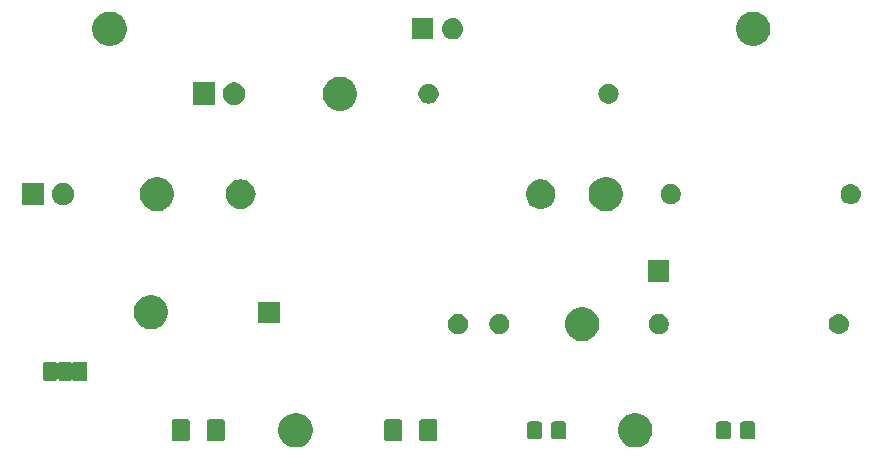
<source format=gbr>
G04 #@! TF.GenerationSoftware,KiCad,Pcbnew,(5.1.0)-1*
G04 #@! TF.CreationDate,2021-02-10T11:26:08+01:00*
G04 #@! TF.ProjectId,L_thilfeV1,4cf67468-696c-4666-9556-312e6b696361,rev?*
G04 #@! TF.SameCoordinates,Original*
G04 #@! TF.FileFunction,Soldermask,Top*
G04 #@! TF.FilePolarity,Negative*
%FSLAX46Y46*%
G04 Gerber Fmt 4.6, Leading zero omitted, Abs format (unit mm)*
G04 Created by KiCad (PCBNEW (5.1.0)-1) date 2021-02-10 11:26:08*
%MOMM*%
%LPD*%
G04 APERTURE LIST*
%ADD10C,0.100000*%
G04 APERTURE END LIST*
D10*
G36*
X158423241Y-64104760D02*
G01*
X158687305Y-64214139D01*
X158924958Y-64372934D01*
X159127066Y-64575042D01*
X159285861Y-64812695D01*
X159395240Y-65076759D01*
X159451000Y-65357088D01*
X159451000Y-65642912D01*
X159395240Y-65923241D01*
X159285861Y-66187305D01*
X159127066Y-66424958D01*
X158924958Y-66627066D01*
X158687305Y-66785861D01*
X158423241Y-66895240D01*
X158142912Y-66951000D01*
X157857088Y-66951000D01*
X157576759Y-66895240D01*
X157312695Y-66785861D01*
X157075042Y-66627066D01*
X156872934Y-66424958D01*
X156714139Y-66187305D01*
X156604760Y-65923241D01*
X156549000Y-65642912D01*
X156549000Y-65357088D01*
X156604760Y-65076759D01*
X156714139Y-64812695D01*
X156872934Y-64575042D01*
X157075042Y-64372934D01*
X157312695Y-64214139D01*
X157576759Y-64104760D01*
X157857088Y-64049000D01*
X158142912Y-64049000D01*
X158423241Y-64104760D01*
X158423241Y-64104760D01*
G37*
G36*
X129673241Y-64104760D02*
G01*
X129937305Y-64214139D01*
X130174958Y-64372934D01*
X130377066Y-64575042D01*
X130535861Y-64812695D01*
X130645240Y-65076759D01*
X130701000Y-65357088D01*
X130701000Y-65642912D01*
X130645240Y-65923241D01*
X130535861Y-66187305D01*
X130377066Y-66424958D01*
X130174958Y-66627066D01*
X129937305Y-66785861D01*
X129673241Y-66895240D01*
X129392912Y-66951000D01*
X129107088Y-66951000D01*
X128826759Y-66895240D01*
X128562695Y-66785861D01*
X128325042Y-66627066D01*
X128122934Y-66424958D01*
X127964139Y-66187305D01*
X127854760Y-65923241D01*
X127799000Y-65642912D01*
X127799000Y-65357088D01*
X127854760Y-65076759D01*
X127964139Y-64812695D01*
X128122934Y-64575042D01*
X128325042Y-64372934D01*
X128562695Y-64214139D01*
X128826759Y-64104760D01*
X129107088Y-64049000D01*
X129392912Y-64049000D01*
X129673241Y-64104760D01*
X129673241Y-64104760D01*
G37*
G36*
X123100562Y-64578181D02*
G01*
X123135481Y-64588774D01*
X123167663Y-64605976D01*
X123195873Y-64629127D01*
X123219024Y-64657337D01*
X123236226Y-64689519D01*
X123246819Y-64724438D01*
X123251000Y-64766895D01*
X123251000Y-66233105D01*
X123246819Y-66275562D01*
X123236226Y-66310481D01*
X123219024Y-66342663D01*
X123195873Y-66370873D01*
X123167663Y-66394024D01*
X123135481Y-66411226D01*
X123100562Y-66421819D01*
X123058105Y-66426000D01*
X121916895Y-66426000D01*
X121874438Y-66421819D01*
X121839519Y-66411226D01*
X121807337Y-66394024D01*
X121779127Y-66370873D01*
X121755976Y-66342663D01*
X121738774Y-66310481D01*
X121728181Y-66275562D01*
X121724000Y-66233105D01*
X121724000Y-64766895D01*
X121728181Y-64724438D01*
X121738774Y-64689519D01*
X121755976Y-64657337D01*
X121779127Y-64629127D01*
X121807337Y-64605976D01*
X121839519Y-64588774D01*
X121874438Y-64578181D01*
X121916895Y-64574000D01*
X123058105Y-64574000D01*
X123100562Y-64578181D01*
X123100562Y-64578181D01*
G37*
G36*
X138125562Y-64578181D02*
G01*
X138160481Y-64588774D01*
X138192663Y-64605976D01*
X138220873Y-64629127D01*
X138244024Y-64657337D01*
X138261226Y-64689519D01*
X138271819Y-64724438D01*
X138276000Y-64766895D01*
X138276000Y-66233105D01*
X138271819Y-66275562D01*
X138261226Y-66310481D01*
X138244024Y-66342663D01*
X138220873Y-66370873D01*
X138192663Y-66394024D01*
X138160481Y-66411226D01*
X138125562Y-66421819D01*
X138083105Y-66426000D01*
X136941895Y-66426000D01*
X136899438Y-66421819D01*
X136864519Y-66411226D01*
X136832337Y-66394024D01*
X136804127Y-66370873D01*
X136780976Y-66342663D01*
X136763774Y-66310481D01*
X136753181Y-66275562D01*
X136749000Y-66233105D01*
X136749000Y-64766895D01*
X136753181Y-64724438D01*
X136763774Y-64689519D01*
X136780976Y-64657337D01*
X136804127Y-64629127D01*
X136832337Y-64605976D01*
X136864519Y-64588774D01*
X136899438Y-64578181D01*
X136941895Y-64574000D01*
X138083105Y-64574000D01*
X138125562Y-64578181D01*
X138125562Y-64578181D01*
G37*
G36*
X141100562Y-64578181D02*
G01*
X141135481Y-64588774D01*
X141167663Y-64605976D01*
X141195873Y-64629127D01*
X141219024Y-64657337D01*
X141236226Y-64689519D01*
X141246819Y-64724438D01*
X141251000Y-64766895D01*
X141251000Y-66233105D01*
X141246819Y-66275562D01*
X141236226Y-66310481D01*
X141219024Y-66342663D01*
X141195873Y-66370873D01*
X141167663Y-66394024D01*
X141135481Y-66411226D01*
X141100562Y-66421819D01*
X141058105Y-66426000D01*
X139916895Y-66426000D01*
X139874438Y-66421819D01*
X139839519Y-66411226D01*
X139807337Y-66394024D01*
X139779127Y-66370873D01*
X139755976Y-66342663D01*
X139738774Y-66310481D01*
X139728181Y-66275562D01*
X139724000Y-66233105D01*
X139724000Y-64766895D01*
X139728181Y-64724438D01*
X139738774Y-64689519D01*
X139755976Y-64657337D01*
X139779127Y-64629127D01*
X139807337Y-64605976D01*
X139839519Y-64588774D01*
X139874438Y-64578181D01*
X139916895Y-64574000D01*
X141058105Y-64574000D01*
X141100562Y-64578181D01*
X141100562Y-64578181D01*
G37*
G36*
X120125562Y-64578181D02*
G01*
X120160481Y-64588774D01*
X120192663Y-64605976D01*
X120220873Y-64629127D01*
X120244024Y-64657337D01*
X120261226Y-64689519D01*
X120271819Y-64724438D01*
X120276000Y-64766895D01*
X120276000Y-66233105D01*
X120271819Y-66275562D01*
X120261226Y-66310481D01*
X120244024Y-66342663D01*
X120220873Y-66370873D01*
X120192663Y-66394024D01*
X120160481Y-66411226D01*
X120125562Y-66421819D01*
X120083105Y-66426000D01*
X118941895Y-66426000D01*
X118899438Y-66421819D01*
X118864519Y-66411226D01*
X118832337Y-66394024D01*
X118804127Y-66370873D01*
X118780976Y-66342663D01*
X118763774Y-66310481D01*
X118753181Y-66275562D01*
X118749000Y-66233105D01*
X118749000Y-64766895D01*
X118753181Y-64724438D01*
X118763774Y-64689519D01*
X118780976Y-64657337D01*
X118804127Y-64629127D01*
X118832337Y-64605976D01*
X118864519Y-64588774D01*
X118899438Y-64578181D01*
X118941895Y-64574000D01*
X120083105Y-64574000D01*
X120125562Y-64578181D01*
X120125562Y-64578181D01*
G37*
G36*
X149938674Y-64753465D02*
G01*
X149976367Y-64764899D01*
X150011103Y-64783466D01*
X150041548Y-64808452D01*
X150066534Y-64838897D01*
X150085101Y-64873633D01*
X150096535Y-64911326D01*
X150101000Y-64956661D01*
X150101000Y-66043339D01*
X150096535Y-66088674D01*
X150085101Y-66126367D01*
X150066534Y-66161103D01*
X150041548Y-66191548D01*
X150011103Y-66216534D01*
X149976367Y-66235101D01*
X149938674Y-66246535D01*
X149893339Y-66251000D01*
X149056661Y-66251000D01*
X149011326Y-66246535D01*
X148973633Y-66235101D01*
X148938897Y-66216534D01*
X148908452Y-66191548D01*
X148883466Y-66161103D01*
X148864899Y-66126367D01*
X148853465Y-66088674D01*
X148849000Y-66043339D01*
X148849000Y-64956661D01*
X148853465Y-64911326D01*
X148864899Y-64873633D01*
X148883466Y-64838897D01*
X148908452Y-64808452D01*
X148938897Y-64783466D01*
X148973633Y-64764899D01*
X149011326Y-64753465D01*
X149056661Y-64749000D01*
X149893339Y-64749000D01*
X149938674Y-64753465D01*
X149938674Y-64753465D01*
G37*
G36*
X151988674Y-64753465D02*
G01*
X152026367Y-64764899D01*
X152061103Y-64783466D01*
X152091548Y-64808452D01*
X152116534Y-64838897D01*
X152135101Y-64873633D01*
X152146535Y-64911326D01*
X152151000Y-64956661D01*
X152151000Y-66043339D01*
X152146535Y-66088674D01*
X152135101Y-66126367D01*
X152116534Y-66161103D01*
X152091548Y-66191548D01*
X152061103Y-66216534D01*
X152026367Y-66235101D01*
X151988674Y-66246535D01*
X151943339Y-66251000D01*
X151106661Y-66251000D01*
X151061326Y-66246535D01*
X151023633Y-66235101D01*
X150988897Y-66216534D01*
X150958452Y-66191548D01*
X150933466Y-66161103D01*
X150914899Y-66126367D01*
X150903465Y-66088674D01*
X150899000Y-66043339D01*
X150899000Y-64956661D01*
X150903465Y-64911326D01*
X150914899Y-64873633D01*
X150933466Y-64838897D01*
X150958452Y-64808452D01*
X150988897Y-64783466D01*
X151023633Y-64764899D01*
X151061326Y-64753465D01*
X151106661Y-64749000D01*
X151943339Y-64749000D01*
X151988674Y-64753465D01*
X151988674Y-64753465D01*
G37*
G36*
X165938674Y-64753465D02*
G01*
X165976367Y-64764899D01*
X166011103Y-64783466D01*
X166041548Y-64808452D01*
X166066534Y-64838897D01*
X166085101Y-64873633D01*
X166096535Y-64911326D01*
X166101000Y-64956661D01*
X166101000Y-66043339D01*
X166096535Y-66088674D01*
X166085101Y-66126367D01*
X166066534Y-66161103D01*
X166041548Y-66191548D01*
X166011103Y-66216534D01*
X165976367Y-66235101D01*
X165938674Y-66246535D01*
X165893339Y-66251000D01*
X165056661Y-66251000D01*
X165011326Y-66246535D01*
X164973633Y-66235101D01*
X164938897Y-66216534D01*
X164908452Y-66191548D01*
X164883466Y-66161103D01*
X164864899Y-66126367D01*
X164853465Y-66088674D01*
X164849000Y-66043339D01*
X164849000Y-64956661D01*
X164853465Y-64911326D01*
X164864899Y-64873633D01*
X164883466Y-64838897D01*
X164908452Y-64808452D01*
X164938897Y-64783466D01*
X164973633Y-64764899D01*
X165011326Y-64753465D01*
X165056661Y-64749000D01*
X165893339Y-64749000D01*
X165938674Y-64753465D01*
X165938674Y-64753465D01*
G37*
G36*
X167988674Y-64753465D02*
G01*
X168026367Y-64764899D01*
X168061103Y-64783466D01*
X168091548Y-64808452D01*
X168116534Y-64838897D01*
X168135101Y-64873633D01*
X168146535Y-64911326D01*
X168151000Y-64956661D01*
X168151000Y-66043339D01*
X168146535Y-66088674D01*
X168135101Y-66126367D01*
X168116534Y-66161103D01*
X168091548Y-66191548D01*
X168061103Y-66216534D01*
X168026367Y-66235101D01*
X167988674Y-66246535D01*
X167943339Y-66251000D01*
X167106661Y-66251000D01*
X167061326Y-66246535D01*
X167023633Y-66235101D01*
X166988897Y-66216534D01*
X166958452Y-66191548D01*
X166933466Y-66161103D01*
X166914899Y-66126367D01*
X166903465Y-66088674D01*
X166899000Y-66043339D01*
X166899000Y-64956661D01*
X166903465Y-64911326D01*
X166914899Y-64873633D01*
X166933466Y-64838897D01*
X166958452Y-64808452D01*
X166988897Y-64783466D01*
X167023633Y-64764899D01*
X167061326Y-64753465D01*
X167106661Y-64749000D01*
X167943339Y-64749000D01*
X167988674Y-64753465D01*
X167988674Y-64753465D01*
G37*
G36*
X108854373Y-59703926D02*
G01*
X108896566Y-59716725D01*
X108935444Y-59737506D01*
X108969525Y-59765475D01*
X108998375Y-59800629D01*
X109015702Y-59817956D01*
X109036076Y-59831569D01*
X109058715Y-59840947D01*
X109082748Y-59845727D01*
X109107253Y-59845727D01*
X109131286Y-59840946D01*
X109153925Y-59831569D01*
X109174299Y-59817955D01*
X109191625Y-59800629D01*
X109220475Y-59765475D01*
X109254556Y-59737506D01*
X109293434Y-59716725D01*
X109335627Y-59703926D01*
X109385641Y-59699000D01*
X110074359Y-59699000D01*
X110124373Y-59703926D01*
X110166566Y-59716725D01*
X110205444Y-59737506D01*
X110219702Y-59749207D01*
X110240076Y-59762821D01*
X110262715Y-59772198D01*
X110286748Y-59776979D01*
X110311252Y-59776979D01*
X110335286Y-59772199D01*
X110357925Y-59762822D01*
X110378299Y-59749208D01*
X110395626Y-59731881D01*
X110409240Y-59711507D01*
X110414420Y-59699000D01*
X111576000Y-59699000D01*
X111576000Y-61301000D01*
X110414915Y-61301000D01*
X110414485Y-61299583D01*
X110402934Y-61277972D01*
X110387389Y-61259030D01*
X110368447Y-61243485D01*
X110346836Y-61231934D01*
X110323387Y-61224821D01*
X110299001Y-61222419D01*
X110274615Y-61224821D01*
X110251166Y-61231934D01*
X110229555Y-61243485D01*
X110219702Y-61250793D01*
X110205444Y-61262494D01*
X110166566Y-61283275D01*
X110124373Y-61296074D01*
X110074359Y-61301000D01*
X109385641Y-61301000D01*
X109335627Y-61296074D01*
X109293434Y-61283275D01*
X109254556Y-61262494D01*
X109220475Y-61234525D01*
X109191625Y-61199371D01*
X109174298Y-61182044D01*
X109153924Y-61168431D01*
X109131285Y-61159053D01*
X109107252Y-61154273D01*
X109082747Y-61154273D01*
X109058714Y-61159054D01*
X109036075Y-61168431D01*
X109015701Y-61182045D01*
X108998375Y-61199371D01*
X108969525Y-61234525D01*
X108935444Y-61262494D01*
X108896566Y-61283275D01*
X108854373Y-61296074D01*
X108804359Y-61301000D01*
X108115641Y-61301000D01*
X108065627Y-61296074D01*
X108023434Y-61283275D01*
X107984556Y-61262494D01*
X107950475Y-61234525D01*
X107922506Y-61200444D01*
X107901725Y-61161566D01*
X107888926Y-61119373D01*
X107884000Y-61069359D01*
X107884000Y-59930641D01*
X107888926Y-59880627D01*
X107901725Y-59838434D01*
X107922506Y-59799556D01*
X107950475Y-59765475D01*
X107984556Y-59737506D01*
X108023434Y-59716725D01*
X108065627Y-59703926D01*
X108115641Y-59699000D01*
X108804359Y-59699000D01*
X108854373Y-59703926D01*
X108854373Y-59703926D01*
G37*
G36*
X153923241Y-55104760D02*
G01*
X154187305Y-55214139D01*
X154424958Y-55372934D01*
X154627066Y-55575042D01*
X154785861Y-55812695D01*
X154895240Y-56076759D01*
X154951000Y-56357088D01*
X154951000Y-56642912D01*
X154895240Y-56923241D01*
X154785861Y-57187305D01*
X154627066Y-57424958D01*
X154424958Y-57627066D01*
X154187305Y-57785861D01*
X153923241Y-57895240D01*
X153642912Y-57951000D01*
X153357088Y-57951000D01*
X153076759Y-57895240D01*
X152812695Y-57785861D01*
X152575042Y-57627066D01*
X152372934Y-57424958D01*
X152214139Y-57187305D01*
X152104760Y-56923241D01*
X152049000Y-56642912D01*
X152049000Y-56357088D01*
X152104760Y-56076759D01*
X152214139Y-55812695D01*
X152372934Y-55575042D01*
X152575042Y-55372934D01*
X152812695Y-55214139D01*
X153076759Y-55104760D01*
X153357088Y-55049000D01*
X153642912Y-55049000D01*
X153923241Y-55104760D01*
X153923241Y-55104760D01*
G37*
G36*
X143248228Y-55681703D02*
G01*
X143403100Y-55745853D01*
X143542481Y-55838985D01*
X143661015Y-55957519D01*
X143754147Y-56096900D01*
X143818297Y-56251772D01*
X143851000Y-56416184D01*
X143851000Y-56583816D01*
X143818297Y-56748228D01*
X143754147Y-56903100D01*
X143661015Y-57042481D01*
X143542481Y-57161015D01*
X143403100Y-57254147D01*
X143248228Y-57318297D01*
X143083816Y-57351000D01*
X142916184Y-57351000D01*
X142751772Y-57318297D01*
X142596900Y-57254147D01*
X142457519Y-57161015D01*
X142338985Y-57042481D01*
X142245853Y-56903100D01*
X142181703Y-56748228D01*
X142149000Y-56583816D01*
X142149000Y-56416184D01*
X142181703Y-56251772D01*
X142245853Y-56096900D01*
X142338985Y-55957519D01*
X142457519Y-55838985D01*
X142596900Y-55745853D01*
X142751772Y-55681703D01*
X142916184Y-55649000D01*
X143083816Y-55649000D01*
X143248228Y-55681703D01*
X143248228Y-55681703D01*
G37*
G36*
X175406823Y-55661313D02*
G01*
X175567242Y-55709976D01*
X175634361Y-55745852D01*
X175715078Y-55788996D01*
X175844659Y-55895341D01*
X175951004Y-56024922D01*
X175951005Y-56024924D01*
X176030024Y-56172758D01*
X176078687Y-56333177D01*
X176095117Y-56500000D01*
X176078687Y-56666823D01*
X176030024Y-56827242D01*
X175989477Y-56903100D01*
X175951004Y-56975078D01*
X175844659Y-57104659D01*
X175715078Y-57211004D01*
X175715076Y-57211005D01*
X175567242Y-57290024D01*
X175406823Y-57338687D01*
X175281804Y-57351000D01*
X175198196Y-57351000D01*
X175073177Y-57338687D01*
X174912758Y-57290024D01*
X174764924Y-57211005D01*
X174764922Y-57211004D01*
X174635341Y-57104659D01*
X174528996Y-56975078D01*
X174490523Y-56903100D01*
X174449976Y-56827242D01*
X174401313Y-56666823D01*
X174384883Y-56500000D01*
X174401313Y-56333177D01*
X174449976Y-56172758D01*
X174528995Y-56024924D01*
X174528996Y-56024922D01*
X174635341Y-55895341D01*
X174764922Y-55788996D01*
X174845639Y-55745852D01*
X174912758Y-55709976D01*
X175073177Y-55661313D01*
X175198196Y-55649000D01*
X175281804Y-55649000D01*
X175406823Y-55661313D01*
X175406823Y-55661313D01*
G37*
G36*
X146748228Y-55681703D02*
G01*
X146903100Y-55745853D01*
X147042481Y-55838985D01*
X147161015Y-55957519D01*
X147254147Y-56096900D01*
X147318297Y-56251772D01*
X147351000Y-56416184D01*
X147351000Y-56583816D01*
X147318297Y-56748228D01*
X147254147Y-56903100D01*
X147161015Y-57042481D01*
X147042481Y-57161015D01*
X146903100Y-57254147D01*
X146748228Y-57318297D01*
X146583816Y-57351000D01*
X146416184Y-57351000D01*
X146251772Y-57318297D01*
X146096900Y-57254147D01*
X145957519Y-57161015D01*
X145838985Y-57042481D01*
X145745853Y-56903100D01*
X145681703Y-56748228D01*
X145649000Y-56583816D01*
X145649000Y-56416184D01*
X145681703Y-56251772D01*
X145745853Y-56096900D01*
X145838985Y-55957519D01*
X145957519Y-55838985D01*
X146096900Y-55745853D01*
X146251772Y-55681703D01*
X146416184Y-55649000D01*
X146583816Y-55649000D01*
X146748228Y-55681703D01*
X146748228Y-55681703D01*
G37*
G36*
X160248228Y-55681703D02*
G01*
X160403100Y-55745853D01*
X160542481Y-55838985D01*
X160661015Y-55957519D01*
X160754147Y-56096900D01*
X160818297Y-56251772D01*
X160851000Y-56416184D01*
X160851000Y-56583816D01*
X160818297Y-56748228D01*
X160754147Y-56903100D01*
X160661015Y-57042481D01*
X160542481Y-57161015D01*
X160403100Y-57254147D01*
X160248228Y-57318297D01*
X160083816Y-57351000D01*
X159916184Y-57351000D01*
X159751772Y-57318297D01*
X159596900Y-57254147D01*
X159457519Y-57161015D01*
X159338985Y-57042481D01*
X159245853Y-56903100D01*
X159181703Y-56748228D01*
X159149000Y-56583816D01*
X159149000Y-56416184D01*
X159181703Y-56251772D01*
X159245853Y-56096900D01*
X159338985Y-55957519D01*
X159457519Y-55838985D01*
X159596900Y-55745853D01*
X159751772Y-55681703D01*
X159916184Y-55649000D01*
X160083816Y-55649000D01*
X160248228Y-55681703D01*
X160248228Y-55681703D01*
G37*
G36*
X117423241Y-54104760D02*
G01*
X117687305Y-54214139D01*
X117924958Y-54372934D01*
X118127066Y-54575042D01*
X118285861Y-54812695D01*
X118395240Y-55076759D01*
X118451000Y-55357088D01*
X118451000Y-55642912D01*
X118395240Y-55923241D01*
X118285861Y-56187305D01*
X118127066Y-56424958D01*
X117924958Y-56627066D01*
X117687305Y-56785861D01*
X117423241Y-56895240D01*
X117142912Y-56951000D01*
X116857088Y-56951000D01*
X116576759Y-56895240D01*
X116312695Y-56785861D01*
X116075042Y-56627066D01*
X115872934Y-56424958D01*
X115714139Y-56187305D01*
X115604760Y-55923241D01*
X115549000Y-55642912D01*
X115549000Y-55357088D01*
X115604760Y-55076759D01*
X115714139Y-54812695D01*
X115872934Y-54575042D01*
X116075042Y-54372934D01*
X116312695Y-54214139D01*
X116576759Y-54104760D01*
X116857088Y-54049000D01*
X117142912Y-54049000D01*
X117423241Y-54104760D01*
X117423241Y-54104760D01*
G37*
G36*
X127901000Y-56401000D02*
G01*
X126099000Y-56401000D01*
X126099000Y-54599000D01*
X127901000Y-54599000D01*
X127901000Y-56401000D01*
X127901000Y-56401000D01*
G37*
G36*
X160901000Y-52901000D02*
G01*
X159099000Y-52901000D01*
X159099000Y-51099000D01*
X160901000Y-51099000D01*
X160901000Y-52901000D01*
X160901000Y-52901000D01*
G37*
G36*
X117923241Y-44104760D02*
G01*
X118187305Y-44214139D01*
X118424958Y-44372934D01*
X118627066Y-44575042D01*
X118785861Y-44812695D01*
X118895240Y-45076759D01*
X118951000Y-45357088D01*
X118951000Y-45642912D01*
X118895240Y-45923241D01*
X118785861Y-46187305D01*
X118627066Y-46424958D01*
X118424958Y-46627066D01*
X118187305Y-46785861D01*
X117923241Y-46895240D01*
X117642912Y-46951000D01*
X117357088Y-46951000D01*
X117076759Y-46895240D01*
X116812695Y-46785861D01*
X116575042Y-46627066D01*
X116372934Y-46424958D01*
X116214139Y-46187305D01*
X116104760Y-45923241D01*
X116049000Y-45642912D01*
X116049000Y-45357088D01*
X116104760Y-45076759D01*
X116214139Y-44812695D01*
X116372934Y-44575042D01*
X116575042Y-44372934D01*
X116812695Y-44214139D01*
X117076759Y-44104760D01*
X117357088Y-44049000D01*
X117642912Y-44049000D01*
X117923241Y-44104760D01*
X117923241Y-44104760D01*
G37*
G36*
X155923241Y-44104760D02*
G01*
X156187305Y-44214139D01*
X156424958Y-44372934D01*
X156627066Y-44575042D01*
X156785861Y-44812695D01*
X156895240Y-45076759D01*
X156951000Y-45357088D01*
X156951000Y-45642912D01*
X156895240Y-45923241D01*
X156785861Y-46187305D01*
X156627066Y-46424958D01*
X156424958Y-46627066D01*
X156187305Y-46785861D01*
X155923241Y-46895240D01*
X155642912Y-46951000D01*
X155357088Y-46951000D01*
X155076759Y-46895240D01*
X154812695Y-46785861D01*
X154575042Y-46627066D01*
X154372934Y-46424958D01*
X154214139Y-46187305D01*
X154104760Y-45923241D01*
X154049000Y-45642912D01*
X154049000Y-45357088D01*
X154104760Y-45076759D01*
X154214139Y-44812695D01*
X154372934Y-44575042D01*
X154575042Y-44372934D01*
X154812695Y-44214139D01*
X155076759Y-44104760D01*
X155357088Y-44049000D01*
X155642912Y-44049000D01*
X155923241Y-44104760D01*
X155923241Y-44104760D01*
G37*
G36*
X150364903Y-44297075D02*
G01*
X150465236Y-44338634D01*
X150592571Y-44391378D01*
X150797466Y-44528285D01*
X150971715Y-44702534D01*
X151100545Y-44895341D01*
X151108623Y-44907431D01*
X151202925Y-45135097D01*
X151251000Y-45376786D01*
X151251000Y-45623214D01*
X151242325Y-45666825D01*
X151202925Y-45864903D01*
X151108622Y-46092571D01*
X150971715Y-46297466D01*
X150797466Y-46471715D01*
X150592571Y-46608622D01*
X150592570Y-46608623D01*
X150592569Y-46608623D01*
X150364903Y-46702925D01*
X150123214Y-46751000D01*
X149876786Y-46751000D01*
X149635097Y-46702925D01*
X149407431Y-46608623D01*
X149407430Y-46608623D01*
X149407429Y-46608622D01*
X149202534Y-46471715D01*
X149028285Y-46297466D01*
X148891378Y-46092571D01*
X148797075Y-45864903D01*
X148757675Y-45666825D01*
X148749000Y-45623214D01*
X148749000Y-45376786D01*
X148797075Y-45135097D01*
X148891377Y-44907431D01*
X148899455Y-44895341D01*
X149028285Y-44702534D01*
X149202534Y-44528285D01*
X149407429Y-44391378D01*
X149534765Y-44338634D01*
X149635097Y-44297075D01*
X149876786Y-44249000D01*
X150123214Y-44249000D01*
X150364903Y-44297075D01*
X150364903Y-44297075D01*
G37*
G36*
X124845239Y-44267101D02*
G01*
X125081053Y-44338634D01*
X125298381Y-44454799D01*
X125488871Y-44611129D01*
X125645201Y-44801619D01*
X125761366Y-45018947D01*
X125832899Y-45254761D01*
X125857053Y-45500000D01*
X125832899Y-45745239D01*
X125761366Y-45981053D01*
X125645201Y-46198381D01*
X125488871Y-46388871D01*
X125298381Y-46545201D01*
X125081053Y-46661366D01*
X124845239Y-46732899D01*
X124661457Y-46751000D01*
X124538543Y-46751000D01*
X124354761Y-46732899D01*
X124118947Y-46661366D01*
X123901619Y-46545201D01*
X123711129Y-46388871D01*
X123554799Y-46198381D01*
X123438634Y-45981053D01*
X123367101Y-45745239D01*
X123342947Y-45500000D01*
X123367101Y-45254761D01*
X123438634Y-45018947D01*
X123554799Y-44801619D01*
X123711129Y-44611129D01*
X123901619Y-44454799D01*
X124118947Y-44338634D01*
X124354761Y-44267101D01*
X124538543Y-44249000D01*
X124661457Y-44249000D01*
X124845239Y-44267101D01*
X124845239Y-44267101D01*
G37*
G36*
X109817395Y-44585546D02*
G01*
X109990466Y-44657234D01*
X109996572Y-44661314D01*
X110146227Y-44761310D01*
X110278690Y-44893773D01*
X110321284Y-44957520D01*
X110382766Y-45049534D01*
X110454454Y-45222605D01*
X110491000Y-45406333D01*
X110491000Y-45593667D01*
X110454454Y-45777395D01*
X110382766Y-45950466D01*
X110382765Y-45950467D01*
X110278690Y-46106227D01*
X110146227Y-46238690D01*
X110123092Y-46254148D01*
X109990466Y-46342766D01*
X109817395Y-46414454D01*
X109633667Y-46451000D01*
X109446333Y-46451000D01*
X109262605Y-46414454D01*
X109089534Y-46342766D01*
X108956908Y-46254148D01*
X108933773Y-46238690D01*
X108801310Y-46106227D01*
X108697235Y-45950467D01*
X108697234Y-45950466D01*
X108625546Y-45777395D01*
X108589000Y-45593667D01*
X108589000Y-45406333D01*
X108625546Y-45222605D01*
X108697234Y-45049534D01*
X108758716Y-44957520D01*
X108801310Y-44893773D01*
X108933773Y-44761310D01*
X109083428Y-44661314D01*
X109089534Y-44657234D01*
X109262605Y-44585546D01*
X109446333Y-44549000D01*
X109633667Y-44549000D01*
X109817395Y-44585546D01*
X109817395Y-44585546D01*
G37*
G36*
X107951000Y-46451000D02*
G01*
X106049000Y-46451000D01*
X106049000Y-44549000D01*
X107951000Y-44549000D01*
X107951000Y-46451000D01*
X107951000Y-46451000D01*
G37*
G36*
X176406823Y-44661313D02*
G01*
X176567242Y-44709976D01*
X176634361Y-44745852D01*
X176715078Y-44788996D01*
X176844659Y-44895341D01*
X176951004Y-45024922D01*
X176951005Y-45024924D01*
X177030024Y-45172758D01*
X177078687Y-45333177D01*
X177095117Y-45500000D01*
X177078687Y-45666823D01*
X177030024Y-45827242D01*
X176989477Y-45903100D01*
X176951004Y-45975078D01*
X176844659Y-46104659D01*
X176715078Y-46211004D01*
X176715076Y-46211005D01*
X176567242Y-46290024D01*
X176406823Y-46338687D01*
X176281804Y-46351000D01*
X176198196Y-46351000D01*
X176073177Y-46338687D01*
X175912758Y-46290024D01*
X175764924Y-46211005D01*
X175764922Y-46211004D01*
X175635341Y-46104659D01*
X175528996Y-45975078D01*
X175490523Y-45903100D01*
X175449976Y-45827242D01*
X175401313Y-45666823D01*
X175384883Y-45500000D01*
X175401313Y-45333177D01*
X175449976Y-45172758D01*
X175528995Y-45024924D01*
X175528996Y-45024922D01*
X175635341Y-44895341D01*
X175764922Y-44788996D01*
X175845639Y-44745852D01*
X175912758Y-44709976D01*
X176073177Y-44661313D01*
X176198196Y-44649000D01*
X176281804Y-44649000D01*
X176406823Y-44661313D01*
X176406823Y-44661313D01*
G37*
G36*
X161248228Y-44681703D02*
G01*
X161403100Y-44745853D01*
X161542481Y-44838985D01*
X161661015Y-44957519D01*
X161754147Y-45096900D01*
X161818297Y-45251772D01*
X161851000Y-45416184D01*
X161851000Y-45583816D01*
X161818297Y-45748228D01*
X161754147Y-45903100D01*
X161661015Y-46042481D01*
X161542481Y-46161015D01*
X161403100Y-46254147D01*
X161248228Y-46318297D01*
X161083816Y-46351000D01*
X160916184Y-46351000D01*
X160751772Y-46318297D01*
X160596900Y-46254147D01*
X160457519Y-46161015D01*
X160338985Y-46042481D01*
X160245853Y-45903100D01*
X160181703Y-45748228D01*
X160149000Y-45583816D01*
X160149000Y-45416184D01*
X160181703Y-45251772D01*
X160245853Y-45096900D01*
X160338985Y-44957519D01*
X160457519Y-44838985D01*
X160596900Y-44745853D01*
X160751772Y-44681703D01*
X160916184Y-44649000D01*
X161083816Y-44649000D01*
X161248228Y-44681703D01*
X161248228Y-44681703D01*
G37*
G36*
X133423241Y-35604760D02*
G01*
X133687305Y-35714139D01*
X133924958Y-35872934D01*
X134127066Y-36075042D01*
X134285861Y-36312695D01*
X134395240Y-36576759D01*
X134451000Y-36857088D01*
X134451000Y-37142912D01*
X134395240Y-37423241D01*
X134285861Y-37687305D01*
X134127066Y-37924958D01*
X133924958Y-38127066D01*
X133687305Y-38285861D01*
X133423241Y-38395240D01*
X133142912Y-38451000D01*
X132857088Y-38451000D01*
X132576759Y-38395240D01*
X132312695Y-38285861D01*
X132075042Y-38127066D01*
X131872934Y-37924958D01*
X131714139Y-37687305D01*
X131604760Y-37423241D01*
X131549000Y-37142912D01*
X131549000Y-36857088D01*
X131604760Y-36576759D01*
X131714139Y-36312695D01*
X131872934Y-36075042D01*
X132075042Y-35872934D01*
X132312695Y-35714139D01*
X132576759Y-35604760D01*
X132857088Y-35549000D01*
X133142912Y-35549000D01*
X133423241Y-35604760D01*
X133423241Y-35604760D01*
G37*
G36*
X122451000Y-37951000D02*
G01*
X120549000Y-37951000D01*
X120549000Y-36049000D01*
X122451000Y-36049000D01*
X122451000Y-37951000D01*
X122451000Y-37951000D01*
G37*
G36*
X124317395Y-36085546D02*
G01*
X124490466Y-36157234D01*
X124496572Y-36161314D01*
X124646227Y-36261310D01*
X124778690Y-36393773D01*
X124821284Y-36457520D01*
X124882766Y-36549534D01*
X124954454Y-36722605D01*
X124991000Y-36906333D01*
X124991000Y-37093667D01*
X124954454Y-37277395D01*
X124882766Y-37450466D01*
X124882765Y-37450467D01*
X124778690Y-37606227D01*
X124646227Y-37738690D01*
X124623092Y-37754148D01*
X124490466Y-37842766D01*
X124317395Y-37914454D01*
X124133667Y-37951000D01*
X123946333Y-37951000D01*
X123762605Y-37914454D01*
X123589534Y-37842766D01*
X123456908Y-37754148D01*
X123433773Y-37738690D01*
X123301310Y-37606227D01*
X123197235Y-37450467D01*
X123197234Y-37450466D01*
X123125546Y-37277395D01*
X123089000Y-37093667D01*
X123089000Y-36906333D01*
X123125546Y-36722605D01*
X123197234Y-36549534D01*
X123258716Y-36457520D01*
X123301310Y-36393773D01*
X123433773Y-36261310D01*
X123583428Y-36161314D01*
X123589534Y-36157234D01*
X123762605Y-36085546D01*
X123946333Y-36049000D01*
X124133667Y-36049000D01*
X124317395Y-36085546D01*
X124317395Y-36085546D01*
G37*
G36*
X155906823Y-36161313D02*
G01*
X156067242Y-36209976D01*
X156134361Y-36245852D01*
X156215078Y-36288996D01*
X156344659Y-36395341D01*
X156451004Y-36524922D01*
X156451005Y-36524924D01*
X156530024Y-36672758D01*
X156578687Y-36833177D01*
X156595117Y-37000000D01*
X156578687Y-37166823D01*
X156530024Y-37327242D01*
X156489477Y-37403100D01*
X156451004Y-37475078D01*
X156344659Y-37604659D01*
X156215078Y-37711004D01*
X156215076Y-37711005D01*
X156067242Y-37790024D01*
X155906823Y-37838687D01*
X155781804Y-37851000D01*
X155698196Y-37851000D01*
X155573177Y-37838687D01*
X155412758Y-37790024D01*
X155264924Y-37711005D01*
X155264922Y-37711004D01*
X155135341Y-37604659D01*
X155028996Y-37475078D01*
X154990523Y-37403100D01*
X154949976Y-37327242D01*
X154901313Y-37166823D01*
X154884883Y-37000000D01*
X154901313Y-36833177D01*
X154949976Y-36672758D01*
X155028995Y-36524924D01*
X155028996Y-36524922D01*
X155135341Y-36395341D01*
X155264922Y-36288996D01*
X155345639Y-36245852D01*
X155412758Y-36209976D01*
X155573177Y-36161313D01*
X155698196Y-36149000D01*
X155781804Y-36149000D01*
X155906823Y-36161313D01*
X155906823Y-36161313D01*
G37*
G36*
X140748228Y-36181703D02*
G01*
X140903100Y-36245853D01*
X141042481Y-36338985D01*
X141161015Y-36457519D01*
X141254147Y-36596900D01*
X141318297Y-36751772D01*
X141351000Y-36916184D01*
X141351000Y-37083816D01*
X141318297Y-37248228D01*
X141254147Y-37403100D01*
X141161015Y-37542481D01*
X141042481Y-37661015D01*
X140903100Y-37754147D01*
X140748228Y-37818297D01*
X140583816Y-37851000D01*
X140416184Y-37851000D01*
X140251772Y-37818297D01*
X140096900Y-37754147D01*
X139957519Y-37661015D01*
X139838985Y-37542481D01*
X139745853Y-37403100D01*
X139681703Y-37248228D01*
X139649000Y-37083816D01*
X139649000Y-36916184D01*
X139681703Y-36751772D01*
X139745853Y-36596900D01*
X139838985Y-36457519D01*
X139957519Y-36338985D01*
X140096900Y-36245853D01*
X140251772Y-36181703D01*
X140416184Y-36149000D01*
X140583816Y-36149000D01*
X140748228Y-36181703D01*
X140748228Y-36181703D01*
G37*
G36*
X113923241Y-30104760D02*
G01*
X114187305Y-30214139D01*
X114424958Y-30372934D01*
X114627066Y-30575042D01*
X114785861Y-30812695D01*
X114895240Y-31076759D01*
X114951000Y-31357088D01*
X114951000Y-31642912D01*
X114895240Y-31923241D01*
X114785861Y-32187305D01*
X114627066Y-32424958D01*
X114424958Y-32627066D01*
X114187305Y-32785861D01*
X113923241Y-32895240D01*
X113642912Y-32951000D01*
X113357088Y-32951000D01*
X113076759Y-32895240D01*
X112812695Y-32785861D01*
X112575042Y-32627066D01*
X112372934Y-32424958D01*
X112214139Y-32187305D01*
X112104760Y-31923241D01*
X112049000Y-31642912D01*
X112049000Y-31357088D01*
X112104760Y-31076759D01*
X112214139Y-30812695D01*
X112372934Y-30575042D01*
X112575042Y-30372934D01*
X112812695Y-30214139D01*
X113076759Y-30104760D01*
X113357088Y-30049000D01*
X113642912Y-30049000D01*
X113923241Y-30104760D01*
X113923241Y-30104760D01*
G37*
G36*
X168423241Y-30104760D02*
G01*
X168687305Y-30214139D01*
X168924958Y-30372934D01*
X169127066Y-30575042D01*
X169285861Y-30812695D01*
X169395240Y-31076759D01*
X169451000Y-31357088D01*
X169451000Y-31642912D01*
X169395240Y-31923241D01*
X169285861Y-32187305D01*
X169127066Y-32424958D01*
X168924958Y-32627066D01*
X168687305Y-32785861D01*
X168423241Y-32895240D01*
X168142912Y-32951000D01*
X167857088Y-32951000D01*
X167576759Y-32895240D01*
X167312695Y-32785861D01*
X167075042Y-32627066D01*
X166872934Y-32424958D01*
X166714139Y-32187305D01*
X166604760Y-31923241D01*
X166549000Y-31642912D01*
X166549000Y-31357088D01*
X166604760Y-31076759D01*
X166714139Y-30812695D01*
X166872934Y-30575042D01*
X167075042Y-30372934D01*
X167312695Y-30214139D01*
X167576759Y-30104760D01*
X167857088Y-30049000D01*
X168142912Y-30049000D01*
X168423241Y-30104760D01*
X168423241Y-30104760D01*
G37*
G36*
X142650442Y-30605518D02*
G01*
X142716627Y-30612037D01*
X142886466Y-30663557D01*
X143042991Y-30747222D01*
X143078729Y-30776552D01*
X143180186Y-30859814D01*
X143263448Y-30961271D01*
X143292778Y-30997009D01*
X143376443Y-31153534D01*
X143427963Y-31323373D01*
X143445359Y-31500000D01*
X143427963Y-31676627D01*
X143376443Y-31846466D01*
X143292778Y-32002991D01*
X143263448Y-32038729D01*
X143180186Y-32140186D01*
X143078729Y-32223448D01*
X143042991Y-32252778D01*
X142886466Y-32336443D01*
X142716627Y-32387963D01*
X142650442Y-32394482D01*
X142584260Y-32401000D01*
X142495740Y-32401000D01*
X142429558Y-32394482D01*
X142363373Y-32387963D01*
X142193534Y-32336443D01*
X142037009Y-32252778D01*
X142001271Y-32223448D01*
X141899814Y-32140186D01*
X141816552Y-32038729D01*
X141787222Y-32002991D01*
X141703557Y-31846466D01*
X141652037Y-31676627D01*
X141634641Y-31500000D01*
X141652037Y-31323373D01*
X141703557Y-31153534D01*
X141787222Y-30997009D01*
X141816552Y-30961271D01*
X141899814Y-30859814D01*
X142001271Y-30776552D01*
X142037009Y-30747222D01*
X142193534Y-30663557D01*
X142363373Y-30612037D01*
X142429558Y-30605518D01*
X142495740Y-30599000D01*
X142584260Y-30599000D01*
X142650442Y-30605518D01*
X142650442Y-30605518D01*
G37*
G36*
X140901000Y-32401000D02*
G01*
X139099000Y-32401000D01*
X139099000Y-30599000D01*
X140901000Y-30599000D01*
X140901000Y-32401000D01*
X140901000Y-32401000D01*
G37*
M02*

</source>
